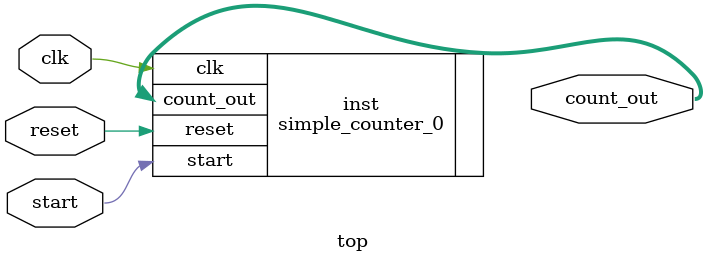
<source format=v>
`timescale 1ns / 1ps


module top(
    clk,
    reset,
    start,
    count_out
    );
    
    input wire clk;
    input wire reset;
    input wire [0 : 0] start;
    output wire [9 : 0] count_out;
    
    simple_counter_0 inst(
        .clk(clk),
        .reset(reset),
        .start(start),
        .count_out(count_out)
      );
    
endmodule
</source>
